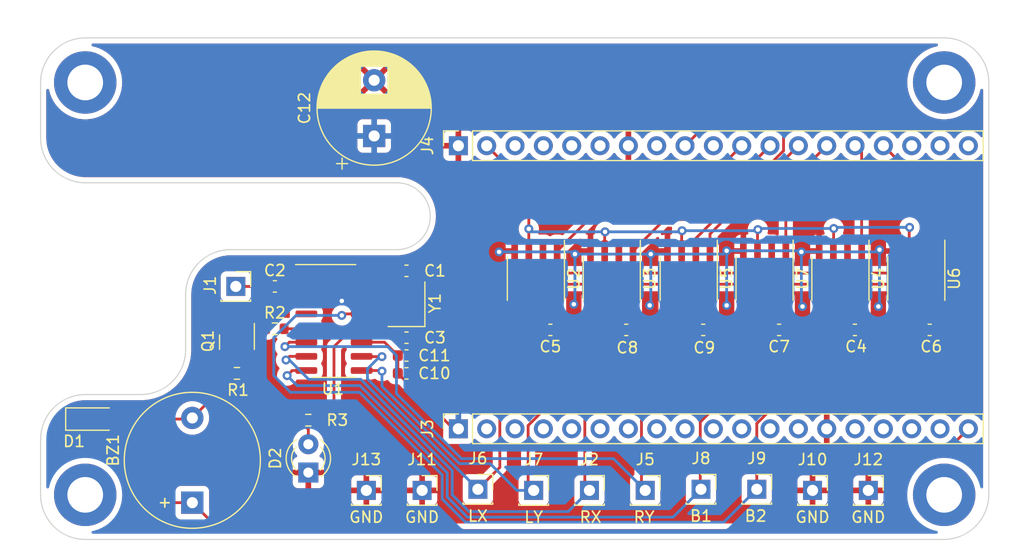
<source format=kicad_pcb>
(kicad_pcb (version 20211014) (generator pcbnew)
  (layers (0 "F.Cu" signal) (31 "B.Cu" signal) (34 "B.Paste" user) (35 "F.Paste" user) (36 "B.SilkS" user "B.Silkscreen") (37 "F.SilkS" user "F.Silkscreen") (38 "B.Mask" user) (39 "F.Mask" user) (44 "Edge.Cuts" user))
  (net 0 "")
  (net 1 "GND")
  (net 12 "CSLX")
  (net 13 "CSLY")
  (net 14 "Net-(BZ1-Pad2)")
  (net 15 "Net-(C1-Pad2)")
  (net 16 "Net-(C2-Pad2)")
  (net 17 "Net-(C3-Pad2)")
  (net 18 "Net-(D2-Pad2)")
  (net 26 "CSRX")
  (net 28 "CSRY")
  (net 29 "CSB1")
  (net 33 "CSB2")
  (net 38 "+3.3V")
  (net 39 "+5V")
  (net 40 "CLK")
  (net 41 "DAT")
  (net 42 "LY")
  (net 43 "LX")
  (net 44 "RY")
  (net 45 "RX")
  (net 46 "Net-(Q1-Pad1)")
  (net 47 "Net-(Q1-Pad3)")
  (net 48 "Net-(R2-Pad2)")
  (net 51 "B1")
  (net 52 "B2")
  (net 53 "Net-(C2-Pad1)")
  (net 54 "Net-(R3-Pad1)")
  (footprint "Diode_SMD:D_SOD-123" (layer "F.Cu") (at 4.5 34.2)
    (fp_text reference "D1")
    (fp_text value "1N4148W")
  )
  (footprint "Connector_PinSocket_2.54mm:PinSocket_1x01_P2.54mm_Vertical" (layer "F.Cu") (at 17.5 22.3)
    (fp_text reference "J1")
    (fp_text value "Conn_01x01")
  )
  (footprint "Capacitor_SMD:C_0603_1608Metric" (layer "F.Cu") (at 52.5 26.2)
    (fp_text reference "C8")
    (fp_text value "0.1u")
  )
  (footprint "Crystal:Crystal_SMD_3225-4Pin_3.2x2.5mm" (layer "F.Cu") (at 32.8 23.9 90)
    (fp_text reference "Y1")
    (fp_text value "Crystal_GND24")
  )
  (footprint "MountingHole:MountingHole_3.2mm_M3_DIN965_Pad_TopBottom" (layer "F.Cu") (at 4 41)
    (fp_text reference "H4")
    (fp_text value "MountingHole_Pad")
  )
  (footprint "Connector_PinSocket_2.54mm:PinSocket_1x01_P2.54mm_Vertical" (layer "F.Cu") (at 59.2 40.5)
    (fp_text reference "J8")
    (fp_text value "Conn_01x01")
  )
  (footprint "Package_SO:SOIC-8_3.9x4.9mm_P1.27mm" (layer "F.Cu") (at 44.4 21.6 -90)
    (fp_text reference "U2")
    (fp_text value "MCP41010")
  )
  (footprint "Connector_PinSocket_2.54mm:PinSocket_1x01_P2.54mm_Vertical" (layer "F.Cu") (at 44.2 40.6)
    (fp_text reference "J7")
    (fp_text value "Conn_01x01")
  )
  (footprint "Resistor_SMD:R_0603_1608Metric" (layer "F.Cu") (at 24 34.3 180)
    (fp_text reference "R3")
    (fp_text value "1k")
  )
  (footprint "Capacitor_SMD:C_0603_1608Metric" (layer "F.Cu") (at 66.2 26.2)
    (fp_text reference "C7")
    (fp_text value "0.1u")
  )
  (footprint "Package_SO:SOIC-8_3.9x4.9mm_P1.27mm" (layer "F.Cu") (at 64.9 21.6 -90)
    (fp_text reference "U7")
    (fp_text value "MCP41010")
  )
  (footprint "Connector_PinSocket_2.54mm:PinSocket_1x01_P2.54mm_Vertical" (layer "F.Cu") (at 69.2 40.6)
    (fp_text reference "J10")
    (fp_text value "Conn_01x01")
  )
  (footprint "Capacitor_SMD:C_0603_1608Metric" (layer "F.Cu") (at 79.7 26.2)
    (fp_text reference "C6")
    (fp_text value "0.1u")
  )
  (footprint "Connector_PinSocket_2.54mm:PinSocket_1x19_P2.54mm_Vertical" (layer "F.Cu") (at 37.45 9.675 90)
    (fp_text reference "J4")
    (fp_text value "Conn_01x19")
  )
  (footprint "Package_SO:SOIC-8_3.9x4.9mm_P1.27mm" (layer "F.Cu") (at 51.2 21.6 -90)
    (fp_text reference "U3")
    (fp_text value "MCP41010")
  )
  (footprint "Capacitor_SMD:C_0603_1608Metric" (layer "F.Cu") (at 73 26.2)
    (fp_text reference "C4")
    (fp_text value "0.1u")
  )
  (footprint "MountingHole:MountingHole_3.2mm_M3_DIN965_Pad_TopBottom" (layer "F.Cu") (at 4 4)
    (fp_text reference "H1")
    (fp_text value "MountingHole_Pad")
  )
  (footprint "Resistor_SMD:R_0603_1608Metric" (layer "F.Cu") (at 21 26.1)
    (fp_text reference "R2")
    (fp_text value "1k")
  )
  (footprint "Package_SO:SOIC-8_3.9x4.9mm_P1.27mm" (layer "F.Cu") (at 71.7 21.6 -90)
    (fp_text reference "U4")
    (fp_text value "MCP41010")
  )
  (footprint "Connector_PinSocket_2.54mm:PinSocket_1x01_P2.54mm_Vertical" (layer "F.Cu") (at 74.2 40.6)
    (fp_text reference "J12")
    (fp_text value "Conn_01x01")
  )
  (footprint "Capacitor_SMD:C_0603_1608Metric" (layer "F.Cu") (at 45.7 26.2)
    (fp_text reference "C5")
    (fp_text value "0.1u")
  )
  (footprint "Capacitor_SMD:C_0603_1608Metric" (layer "F.Cu") (at 32.8 20.9 180)
    (fp_text reference "C1")
    (fp_text value "22p")
  )
  (footprint "Capacitor_SMD:C_0603_1608Metric" (layer "F.Cu") (at 32.8 28.5)
    (fp_text reference "C11")
    (fp_text value "0.1u")
  )
  (footprint "Package_SO:SOIC-8_3.9x4.9mm_P1.27mm" (layer "F.Cu") (at 58.1 21.6 -90)
    (fp_text reference "U5")
    (fp_text value "MCP41010")
  )
  (footprint "Connector_PinSocket_2.54mm:PinSocket_1x01_P2.54mm_Vertical" (layer "F.Cu") (at 29.2 40.6)
    (fp_text reference "J13")
    (fp_text value "Conn_01x01")
  )
  (footprint "Package_SO:SOIC-8_3.9x4.9mm_P1.27mm" (layer "F.Cu") (at 78.5 21.6 -90)
    (fp_text reference "U6")
    (fp_text value "MCP41010")
  )
  (footprint "Capacitor_SMD:C_0603_1608Metric" (layer "F.Cu") (at 32.8 30.1)
    (fp_text reference "C10")
    (fp_text value "10u")
  )
  (footprint "Connector_PinSocket_2.54mm:PinSocket_1x01_P2.54mm_Vertical" (layer "F.Cu") (at 64.2 40.5)
    (fp_text reference "J9")
    (fp_text value "Conn_01x01")
  )
  (footprint "Connector_PinSocket_2.54mm:PinSocket_1x01_P2.54mm_Vertical" (layer "F.Cu") (at 49.2 40.6)
    (fp_text reference "J2")
    (fp_text value "Conn_01x01")
  )
  (footprint "LED_THT:LED_D3.0mm" (layer "F.Cu") (at 24 39 90)
    (fp_text reference "D2")
    (fp_text value "LED")
  )
  (footprint "Capacitor_SMD:C_0603_1608Metric" (layer "F.Cu") (at 21 22.3)
    (fp_text reference "C2")
    (fp_text value "1n")
  )
  (footprint "Connector_PinSocket_2.54mm:PinSocket_1x01_P2.54mm_Vertical" (layer "F.Cu") (at 54.2 40.6)
    (fp_text reference "J5")
    (fp_text value "Conn_01x01")
  )
  (footprint "Package_TO_SOT_SMD:SOT-23" (layer "F.Cu") (at 17.6 27.3 -90)
    (fp_text reference "Q1")
    (fp_text value "MMBT3904")
  )
  (footprint "Connector_PinSocket_2.54mm:PinSocket_1x01_P2.54mm_Vertical" (layer "F.Cu") (at 34.2 40.6)
    (fp_text reference "J11")
    (fp_text value "Conn_01x01")
  )
  (footprint "Connector_PinSocket_2.54mm:PinSocket_1x19_P2.54mm_Vertical" (layer "F.Cu") (at 37.45 35.075 90)
    (fp_text reference "J3")
    (fp_text value "Conn_01x19")
  )
  (footprint "Capacitor_THT:CP_Radial_D10.0mm_P5.00mm" (layer "F.Cu") (at 29.9 8.8 90)
    (fp_text reference "C12")
    (fp_text value "C_Polarized_US")
  )
  (footprint "Buzzer_Beeper:Buzzer_12x9.5RM7.6" (layer "F.Cu") (at 13.6 41.7 90)
    (fp_text reference "BZ1")
    (fp_text value "Buzzer")
  )
  (footprint "Capacitor_SMD:C_0603_1608Metric" (layer "F.Cu") (at 32.8 26.9)
    (fp_text reference "C3")
    (fp_text value "22p")
  )
  (footprint "MountingHole:MountingHole_3.2mm_M3_DIN965_Pad_TopBottom" (layer "F.Cu") (at 81 4)
    (fp_text reference "H3")
    (fp_text value "MountingHole_Pad")
  )
  (footprint "Connector_PinSocket_2.54mm:PinSocket_1x01_P2.54mm_Vertical" (layer "F.Cu") (at 39.2 40.5)
    (fp_text reference "J6")
    (fp_text value "Conn_01x01")
  )
  (footprint "Resistor_SMD:R_0603_1608Metric" (layer "F.Cu") (at 17.6 30.1)
    (fp_text reference "R1")
    (fp_text value "10")
  )
  (footprint "MountingHole:MountingHole_3.2mm_M3_DIN965_Pad_TopBottom" (layer "F.Cu") (at 81 41)
    (fp_text reference "H2")
    (fp_text value "MountingHole_Pad")
  )
  (footprint "Package_SO:SOIC-16_3.9x9.9mm_P1.27mm" (layer "F.Cu") (at 26.3 25.4)
    (fp_text reference "U1")
    (fp_text value "HS210")
  )
  (footprint "Capacitor_SMD:C_0603_1608Metric" (layer "F.Cu") (at 59.4 26.2)
    (fp_text reference "C9")
    (fp_text value "0.1u")
  )
  (gr_arc (start 85 41) (mid 83.813636 43.813636) (end 81 45) (layer "Edge.Cuts") (width 0.1))
  (gr_arc (start 13 23) (mid 14.179886 20.179886) (end 17 19) (layer "Edge.Cuts") (width 0.1))
  (gr_arc (start 13 28) (mid 11.820114 30.820114) (end 9 32) (layer "Edge.Cuts") (width 0.1))
  (gr_arc (start 4 13) (mid 1.179886 11.820114) (end 0 9) (layer "Edge.Cuts") (width 0.1))
  (gr_arc (start 81 0) (mid 83.828427 1.171573) (end 85 4) (layer "Edge.Cuts") (width 0.1))
  (gr_line (start 13 23) (end 13 28) (layer "Edge.Cuts") (width 0.1))
  (gr_arc (start 32 13) (mid 34.928952 16) (end 32 19) (layer "Edge.Cuts") (width 0.1))
  (gr_line (start 85 4) (end 85 41) (layer "Edge.Cuts") (width 0.1))
  (gr_line (start 4 0) (end 81 0) (layer "Edge.Cuts") (width 0.1))
  (gr_line (start 0 41) (end 0 36) (layer "Edge.Cuts") (width 0.1))
  (gr_arc (start 0 36) (mid 1.179886 33.179886) (end 4 32) (layer "Edge.Cuts") (width 0.1))
  (gr_arc locked (start 0 4) (mid 1.179886 1.179886) (end 4 0) (layer "Edge.Cuts") (width 0.1))
  (gr_line (start 4 32) (end 9 32) (layer "Edge.Cuts") (width 0.1))
  (gr_arc (start 4 45) (mid 1.171573 43.828427) (end 0 41) (layer "Edge.Cuts") (width 0.1))
  (gr_line (start 81 45) (end 4 45) (layer "Edge.Cuts") (width 0.1))
  (gr_line (start 0 4) (end 0 9) (layer "Edge.Cuts") (width 0.1))
  (gr_line (start 17 19) (end 32 19) (layer "Edge.Cuts") (width 0.1))
  (gr_line (start 4 13) (end 32 13) (layer "Edge.Cuts") (width 0.1))
  (gr_text "B2" (at 64.1 42.9) (layer "F.SilkS") (effects (font (size 1 1))))
  (gr_text "GND" (at 74.2 43) (layer "F.SilkS") (effects (font (size 1 1))))
  (gr_text "B1" (at 59.2 42.9) (layer "F.SilkS") (effects (font (size 1 1))))
  (gr_text "LX" (at 39.2 42.9) (layer "F.SilkS") (effects (font (size 1 1))))
  (gr_text "GND" (at 69.2 43) (layer "F.SilkS") (effects (font (size 1 1))))
  (gr_text "LY" (at 44.2 43) (layer "F.SilkS") (effects (font (size 1 1))))
  (gr_text "RY" (at 54.1 43) (layer "F.SilkS") (effects (font (size 1 1))))
  (gr_text "GND" (at 34.2 43) (layer "F.SilkS") (effects (font (size 1 1))))
  (gr_text "GND" (at 29.2 43) (layer "F.SilkS") (effects (font (size 1 1))))
  (gr_text "RX" (at 49.3 43) (layer "F.SilkS") (effects (font (size 1 1))))
  (segment (start 32.025 26.9) (end 32.025 26.95) (width 0.25) (layer "F.Cu") (net 1))
  (segment (start 32.025 26.95) (end 33.575 28.5) (width 0.25) (layer "F.Cu") (net 1))
  (via (at 75.2 19) (size 0.8) (drill 0.4) (layers "F.Cu" "B.Cu") (net 1))
  (via (at 75.1 24.1) (size 0.8) (drill 0.4) (layers "F.Cu" "B.Cu") (net 1))
  (via (at 61.5 24) (size 0.8) (drill 0.4) (layers "F.Cu" "B.Cu") (net 1))
  (via (at 54.6 24) (size 0.8) (drill 0.4) (layers "F.Cu" "B.Cu") (net 1))
  (via (at 68.2 19.2) (size 0.8) (drill 0.4) (layers "F.Cu" "B.Cu") (net 1))
  (via (at 54.7 19.4) (size 0.8) (drill 0.4) (layers "F.Cu" "B.Cu") (net 1))
  (via (at 41.1 19.2) (size 0.8) (drill 0.4) (layers "F.Cu" "B.Cu") (net 1))
  (via (at 61.5 19.1) (size 0.8) (drill 0.4) (layers "F.Cu" "B.Cu") (net 1))
  (via (at 47.9 19.4) (size 0.8) (drill 0.4) (layers "F.Cu" "B.Cu") (net 1))
  (via (at 68.3 24.1) (size 0.8) (drill 0.4) (layers "F.Cu" "B.Cu") (net 1))
  (via (at 47.8 23.9) (size 0.8) (drill 0.4) (layers "F.Cu" "B.Cu") (net 1))
  (segment (start 41.1 19.2) (end 47.7 19.2) (width 0.25) (layer "B.Cu") (net 1))
  (segment (start 61.5 19.1) (end 68.1 19.1) (width 0.25) (layer "B.Cu") (net 1))
  (segment (start 61.5 19.1) (end 61.5 24) (width 0.25) (layer "B.Cu") (net 1))
  (segment (start 54.7 19.4) (end 54.7 23.9) (width 0.25) (layer "B.Cu") (net 1))
  (segment (start 54.7 19.4) (end 61.2 19.4) (width 0.25) (layer "B.Cu") (net 1))
  (segment (start 68.2 19.2) (end 68.2 24) (width 0.25) (layer "B.Cu") (net 1))
  (segment (start 75.2 24) (end 75.1 24.1) (width 0.25) (layer "B.Cu") (net 1))
  (segment (start 68.1 19.1) (end 68.2 19.2) (width 0.25) (layer "B.Cu") (net 1))
  (segment (start 47.9 23.8) (end 47.8 23.9) (width 0.25) (layer "B.Cu") (net 1))
  (segment (start 61.2 19.4) (end 61.5 19.1) (width 0.25) (layer "B.Cu") (net 1))
  (segment (start 47.7 19.2) (end 47.9 19.4) (width 0.25) (layer "B.Cu") (net 1))
  (segment (start 54.7 23.9) (end 54.6 24) (width 0.25) (layer "B.Cu") (net 1))
  (segment (start 75 19.2) (end 75.2 19) (width 0.25) (layer "B.Cu") (net 1))
  (segment (start 75.2 19) (end 75.2 24) (width 0.25) (layer "B.Cu") (net 1))
  (segment (start 47.9 19.4) (end 47.9 23.8) (width 0.25) (layer "B.Cu") (net 1))
  (segment (start 47.9 19.4) (end 54.7 19.4) (width 0.25) (layer "B.Cu") (net 1))
  (segment (start 68.2 19.2) (end 75 19.2) (width 0.25) (layer "B.Cu") (net 1))
  (segment (start 68.2 24) (end 68.3 24.1) (width 0.25) (layer "B.Cu") (net 1))
  (segment (start 46.305 19.125) (end 49.73 15.7) (width 0.25) (layer "F.Cu") (net 12))
  (segment (start 49.73 15.7) (end 56.825 15.7) (width 0.25) (layer "F.Cu") (net 12))
  (segment (start 56.825 15.7) (end 62.85 9.675) (width 0.25) (layer "F.Cu") (net 12))
  (segment (start 53.105 19.125) (end 55.93 16.3) (width 0.25) (layer "F.Cu") (net 13))
  (segment (start 55.93 16.3) (end 58.765 16.3) (width 0.25) (layer "F.Cu") (net 13))
  (segment (start 58.765 16.3) (end 65.39 9.675) (width 0.25) (layer "F.Cu") (net 13))
  (segment (start 13.6 34.1) (end 16.775 30.925) (width 0.25) (layer "F.Cu") (net 14))
  (segment (start 16.775 30.925) (end 16.775 30.1) (width 0.25) (layer "F.Cu") (net 14))
  (segment (start 6.15 34.2) (end 13.5 34.2) (width 0.25) (layer "F.Cu") (net 14))
  (segment (start 13.5 34.2) (end 13.6 34.1) (width 0.25) (layer "F.Cu") (net 14))
  (segment (start 31.95 20.975) (end 32.025 20.9) (width 0.25) (layer "F.Cu") (net 15))
  (segment (start 28.83 20.9) (end 28.775 20.955) (width 0.25) (layer "F.Cu") (net 15))
  (segment (start 31.95 22.8) (end 31.95 20.975) (width 0.25) (layer "F.Cu") (net 15))
  (segment (start 32.025 20.9) (end 28.83 20.9) (width 0.25) (layer "F.Cu") (net 15))
  (segment (start 21.775 22.3) (end 23.75 22.3) (width 0.25) (layer "F.Cu") (net 16))
  (segment (start 23.75 22.3) (end 23.825 22.225) (width 0.25) (layer "F.Cu") (net 16))
  (segment (start 33.275 23.975) (end 33.65 24.35) (width 0.25) (layer "F.Cu") (net 17))
  (segment (start 33.65 25) (end 33.65 26.825) (width 0.25) (layer "F.Cu") (net 17))
  (segment (start 30.901751 23.975) (end 33.275 23.975) (width 0.25) (layer "F.Cu") (net 17))
  (segment (start 28.775 22.225) (end 29.151751 22.225) (width 0.25) (layer "F.Cu") (net 17))
  (segment (start 33.65 24.35) (end 33.65 25) (width 0.25) (layer "F.Cu") (net 17))
  (segment (start 29.151751 22.225) (end 30.901751 23.975) (width 0.25) (layer "F.Cu") (net 17))
  (segment (start 33.65 26.825) (end 33.575 26.9) (width 0.25) (layer "F.Cu") (net 17))
  (segment (start 24 35.125) (end 24 36.46) (width 0.25) (layer "F.Cu") (net 18))
  (segment (start 23.175 34.3) (end 24 35.125) (width 0.25) (layer "F.Cu") (net 18))
  (segment (start 60.005 17.6) (end 67.93 9.675) (width 0.25) (layer "F.Cu") (net 26))
  (segment (start 60.005 19.125) (end 60.005 17.6) (width 0.25) (layer "F.Cu") (net 26))
  (segment (start 66.805 13.34) (end 70.47 9.675) (width 0.25) (layer "F.Cu") (net 28))
  (segment (start 66.805 19.125) (end 66.805 13.34) (width 0.25) (layer "F.Cu") (net 28))
  (segment (start 73.6 19.12) (end 73.6 10.265) (width 0.25) (layer "F.Cu") (net 29))
  (segment (start 73.6 10.265) (end 73.01 9.675) (width 0.25) (layer "F.Cu") (net 29))
  (segment (start 73.605 19.125) (end 73.6 19.12) (width 0.25) (layer "F.Cu") (net 29))
  (segment (start 80.405 19.125) (end 80.405 14.53) (width 0.25) (layer "F.Cu") (net 33))
  (segment (start 80.405 14.53) (end 75.55 9.675) (width 0.25) (layer "F.Cu") (net 33))
  (segment (start 56.1 22.1) (end 60 22.1) (width 0.25) (layer "F.Cu") (net 38))
  (segment (start 46.305 22.205) (end 46.2 22.1) (width 0.25) (layer "F.Cu") (net 38))
  (segment (start 56.195 24.075) (end 56.195 22.195) (width 0.25) (layer "F.Cu") (net 38))
  (segment (start 42.495 23.405) (end 43.8 22.1) (width 0.25) (layer "F.Cu") (net 38))
  (segment (start 66.805 26.03) (end 66.975 26.2) (width 0.25) (layer "F.Cu") (net 38))
  (segment (start 56.195 22.195) (end 56.1 22.1) (width 0.25) (layer "F.Cu") (net 38))
  (segment (start 66.8 22.1) (end 69.7 22.1) (width 0.25) (layer "F.Cu") (net 38))
  (segment (start 53.105 24.075) (end 53.105 26.03) (width 0.25) (layer "F.Cu") (net 38))
  (segment (start 73.605 24.075) (end 73.605 22.105) (width 0.25) (layer "F.Cu") (net 38))
  (segment (start 73.605 24.075) (end 73.605 26.03) (width 0.25) (layer "F.Cu") (net 38))
  (segment (start 62.995 24.075) (end 62.995 22.205) (width 0.25) (layer "F.Cu") (net 38))
  (segment (start 62.995 22.205) (end 63.1 22.1) (width 0.25) (layer "F.Cu") (net 38))
  (segment (start 76.595 22.105) (end 76.6 22.1) (width 0.25) (layer "F.Cu") (net 38))
  (segment (start 49.3 22.1) (end 53 22.1) (width 0.25) (layer "F.Cu") (net 38))
  (segment (start 28.775 27.305) (end 30.83 27.305) (width 0.25) (layer "F.Cu") (net 38))
  (segment (start 53.105 22.205) (end 53 22.1) (width 0.25) (layer "F.Cu") (net 38))
  (segment (start 49.295 24.075) (end 49.295 22.105) (width 0.25) (layer "F.Cu") (net 38))
  (segment (start 63.1 22.1) (end 66.8 22.1) (width 0.25) (layer "F.Cu") (net 38))
  (segment (start 49.295 22.105) (end 49.3 22.1) (width 0.25) (layer "F.Cu") (net 38))
  (segment (start 66.805 24.075) (end 66.805 26.03) (width 0.25) (layer "F.Cu") (net 38))
  (segment (start 30.83 27.305) (end 32.025 28.5) (width 0.25) (layer "F.Cu") (net 38))
  (segment (start 46.305 26.03) (end 46.475 26.2) (width 0.25) (layer "F.Cu") (net 38))
  (segment (start 37 35.075) (end 37.45 35.075) (width 0.25) (layer "F.Cu") (net 38))
  (segment (start 73.605 22.105) (end 73.6 22.1) (width 0.25) (layer "F.Cu") (net 38))
  (segment (start 43.8 22.1) (end 46.2 22.1) (width 0.25) (layer "F.Cu") (net 38))
  (segment (start 76.6 22.1) (end 79.2 22.1) (width 0.25) (layer "F.Cu") (net 38))
  (segment (start 53.105 26.03) (end 53.275 26.2) (width 0.25) (layer "F.Cu") (net 38))
  (segment (start 79.2 22.1) (end 80.405 23.305) (width 0.25) (layer "F.Cu") (net 38))
  (segment (start 46.305 24.075) (end 46.305 26.03) (width 0.25) (layer "F.Cu") (net 38))
  (segment (start 27 23.6) (end 27 23.5) (width 0.25) (layer "F.Cu") (net 38))
  (segment (start 73.605 26.03) (end 73.775 26.2) (width 0.25) (layer "F.Cu") (net 38))
  (segment (start 66.805 22.105) (end 66.8 22.1) (width 0.25) (layer "F.Cu") (net 38))
  (segment (start 32.025 30.1) (end 37 35.075) (width 0.25) (layer "F.Cu") (net 38))
  (segment (start 69.7 22.1) (end 73.6 22.1) (width 0.25) (layer "F.Cu") (net 38))
  (segment (start 37.45 35.075) (end 37.45 29.12) (width 0.25) (layer "F.Cu") (net 38))
  (segment (start 53 22.1) (end 56.1 22.1) (width 0.25) (layer "F.Cu") (net 38))
  (segment (start 46.305 24.075) (end 46.305 22.205) (width 0.25) (layer "F.Cu") (net 38))
  (segment (start 42.495 24.075) (end 42.495 23.405) (width 0.25) (layer "F.Cu") (net 38))
  (segment (start 80.405 24.075) (end 80.405 26.13) (width 0.25) (layer "F.Cu") (net 38))
  (segment (start 60.005 24.075) (end 60.005 26.03) (width 0.25) (layer "F.Cu") (net 38))
  (segment (start 60.005 24.075) (end 60.005 22.105) (width 0.25) (layer "F.Cu") (net 38))
  (segment (start 73.6 22.1) (end 76.6 22.1) (width 0.25) (layer "F.Cu") (net 38))
  (segment (start 76.595 24.075) (end 76.595 22.105) (width 0.25) (layer "F.Cu") (net 38))
  (segment (start 32.025 28.5) (end 32.025 30.1) (width 0.25) (layer "F.Cu") (net 38))
  (segment (start 53.105 24.075) (end 53.105 22.205) (width 0.25) (layer "F.Cu") (net 38))
  (segment (start 69.795 22.195) (end 69.7 22.1) (width 0.25) (layer "F.Cu") (net 38))
  (segment (start 80.405 26.13) (end 80.475 26.2) (width 0.25) (layer "F.Cu") (net 38))
  (segment (start 60 22.1) (end 63.1 22.1) (width 0.25) (layer "F.Cu") (net 38))
  (segment (start 37.45 29.12) (end 42.495 24.075) (width 0.25) (layer "F.Cu") (net 38))
  (segment (start 60.005 26.03) (end 60.175 26.2) (width 0.25) (layer "F.Cu") (net 38))
  (segment (start 28.775 23.495) (end 27.005 23.495) (width 0.25) (layer "F.Cu") (net 38))
  (segment (start 46.2 22.1) (end 49.3 22.1) (width 0.25) (layer "F.Cu") (net 38))
  (segment (start 60.005 22.105) (end 60 22.1) (width 0.25) (layer "F.Cu") (net 38))
  (segment (start 80.405 23.305) (end 80.405 24.075) (width 0.25) (layer "F.Cu") (net 38))
  (segment (start 27.005 23.495) (end 27 23.6) (width 0.25) (layer "F.Cu") (net 38))
  (segment (start 66.805 24.075) (end 66.805 22.105) (width 0.25) (layer "F.Cu") (net 38))
  (segment (start 69.795 24.075) (end 69.795 22.195) (width 0.25) (layer "F.Cu") (net 38))
  (via (at 27 23.6) (size 0.8) (drill 0.4) (layers "F.Cu" "B.Cu") (net 38))
  (segment (start 76.5 38.9) (end 78.1 37.3) (width 0.25) (layer "F.Cu") (net 39))
  (segment (start 16.1 44.2) (end 75 44.2) (width 0.25) (layer "F.Cu") (net 39))
  (segment (start 2.85 34.2) (end 10.35 41.7) (width 0.25) (layer "F.Cu") (net 39))
  (segment (start 80.945 37.3) (end 83.17 35.075) (width 0.25) (layer "F.Cu") (net 39))
  (segment (start 10.35 41.7) (end 13.6 41.7) (width 0.25) (layer "F.Cu") (net 39))
  (segment (start 78.1 37.3) (end 80.945 37.3) (width 0.25) (layer "F.Cu") (net 39))
  (segment (start 13.6 41.7) (end 16.1 44.2) (width 0.25) (layer "F.Cu") (net 39))
  (segment (start 75 44.2) (end 76.5 42.7) (width 0.25) (layer "F.Cu") (net 39))
  (segment (start 76.5 42.7) (end 76.5 38.9) (width 0.25) (layer "F.Cu") (net 39))
  (segment (start 58.735 20.935) (end 58.9 21.1) (width 0.25) (layer "F.Cu") (net 40))
  (segment (start 58.735 19.125) (end 58.735 17.991701) (width 0.25) (layer "F.Cu") (net 40))
  (segment (start 66.1 8) (end 59.445 8) (width 0.25) (layer "F.Cu") (net 40))
  (segment (start 66.6 8.5) (end 66.1 8) (width 0.25) (layer "F.Cu") (net 40))
  (segment (start 72.3 21.1) (end 65.6 21.1) (width 0.25) (layer "F.Cu") (net 40))
  (segment (start 46.2 21.1) (end 45.035 19.935) (width 0.25) (layer "F.Cu") (net 40))
  (segment (start 51.9 21.1) (end 46.2 21.1) (width 0.25) (layer "F.Cu") (net 40))
  (segment (start 72.335 19.125) (end 72.335 21.065) (width 0.25) (layer "F.Cu") (net 40))
  (segment (start 79.135 19.125) (end 79.135 20.265) (width 0.25) (layer "F.Cu") (net 40))
  (segment (start 65.535 21.035) (end 65.6 21.1) (width 0.25) (layer "F.Cu") (net 40))
  (segment (start 65.535 19.125) (end 65.535 21.035) (width 0.25) (layer "F.Cu") (net 40))
  (segment (start 51.835 19.125) (end 51.835 21.035) (width 0.25) (layer "F.Cu") (net 40))
  (segment (start 58.735 17.991701) (end 66.6 10.126701) (width 0.25) (layer "F.Cu") (net 40))
  (segment (start 58.9 21.1) (end 51.9 21.1) (width 0.25) (layer "F.Cu") (net 40))
  (segment (start 58.735 19.125) (end 58.735 20.935) (width 0.25) (layer "F.Cu") (net 40))
  (segment (start 79.135 20.265) (end 78.3 21.1) (width 0.25) (layer "F.Cu") (net 40))
  (segment (start 65.6 21.1) (end 58.9 21.1) (width 0.25) (layer "F.Cu") (net 40))
  (segment (start 78.3 21.1) (end 72.3 21.1) (width 0.25) (layer "F.Cu") (net 40))
  (segment (start 45.035 19.935) (end 45.035 19.125) (width 0.25) (layer "F.Cu") (net 40))
  (segment (start 72.335 21.065) (end 72.3 21.1) (width 0.25) (layer "F.Cu") (net 40))
  (segment (start 59.445 8) (end 57.77 9.675) (width 0.25) (layer "F.Cu") (net 40))
  (segment (start 51.835 21.035) (end 51.9 21.1) (width 0.25) (layer "F.Cu") (net 40))
  (segment (start 66.6 10.126701) (end 66.6 8.5) (width 0.25) (layer "F.Cu") (net 40))
  (segment (start 71.065 19.125) (end 71.1 17.1) (width 0.25) (layer "F.Cu") (net 41))
  (segment (start 57.465 17.335) (end 57.5 17.3) (width 0.25) (layer "F.Cu") (net 41))
  (segment (start 57.465 19.125) (end 57.465 17.335) (width 0.25) (layer "F.Cu") (net 41))
  (segment (start 64.265 19.125) (end 64.265 17.235) (width 0.25) (layer "F.Cu") (net 41))
  (segment (start 43.765 17.135) (end 43.765 19.125) (width 0.25) (layer "F.Cu") (net 41))
  (segment (start 50.565 17.435) (end 50.6 17.4) (width 0.25) (layer "F.Cu") (net 41))
  (segment (start 64.265 17.235) (end 64.3 17.2) (width 0.25) (layer "F.Cu") (net 41))
  (segment (start 77.9 17) (end 77.865 17.035) (width 0.25) (layer "F.Cu") (net 41))
  (segment (start 50.565 19.125) (end 50.565 17.435) (width 0.25) (layer "F.Cu") (net 41))
  (segment (start 77.865 17.035) (end 77.865 19.125) (width 0.25) (layer "F.Cu") (net 41))
  (segment (start 39.99 9.675) (end 43.765 13.45) (width 0.25) (layer "F.Cu") (net 41))
  (segment (start 43.765 13.45) (end 43.765 17.135) (width 0.25) (layer "F.Cu") (net 41))
  (via (at 64.3 17.2) (size 0.8) (drill 0.4) (layers "F.Cu" "B.Cu") (net 41))
  (via (at 50.6 17.4) (size 0.8) (drill 0.4) (layers "F.Cu" "B.Cu") (net 41))
  (via (at 77.9 17) (size 0.8) (drill 0.4) (layers "F.Cu" "B.Cu") (net 41))
  (via (at 57.5 17.3) (size 0.8) (drill 0.4) (layers "F.Cu" "B.Cu") (net 41))
  (via (at 43.765 17.135) (size 0.8) (drill 0.4) (layers "F.Cu" "B.Cu") (net 41))
  (via (at 71.1 17.1) (size 0.8) (drill 0.4) (layers "F.Cu" "B.Cu") (net 41))
  (segment (start 64.4 17.1) (end 64.3 17.2) (width 0.25) (layer "B.Cu") (net 41))
  (segment (start 57.4 17.4) (end 57.5 17.3) (width 0.25) (layer "B.Cu") (net 41))
  (segment (start 50.6 17.4) (end 57.4 17.4) (width 0.25) (layer "B.Cu") (net 41))
  (segment (start 50.6 17.4) (end 44.03 17.4) (width 0.25) (layer "B.Cu") (net 41))
  (segment (start 71.1 17.1) (end 64.4 17.1) (width 0.25) (layer "B.Cu") (net 41))
  (segment (start 57.5 17.3) (end 64.2 17.3) (width 0.25) (layer "B.Cu") (net 41))
  (segment (start 64.2 17.3) (end 64.3 17.2) (width 0.25) (layer "B.Cu") (net 41))
  (segment (start 71.2 17) (end 71.1 17.1) (width 0.25) (layer "B.Cu") (net 41))
  (segment (start 44.03 17.4) (end 43.765 17.135) (width 0.25) (layer "B.Cu") (net 41))
  (segment (start 77.9 17) (end 71.2 17) (width 0.25) (layer "B.Cu") (net 41))
  (segment (start 43.705 40.105) (end 44.2 40.6) (width 0.25) (layer "F.Cu") (net 42))
  (segment (start 50.565 27.918299) (end 43.705 34.778299) (width 0.25) (layer "F.Cu") (net 42))
  (segment (start 30.6 29.9) (end 30.545 29.845) (width 0.25) (layer "F.Cu") (net 42))
  (segment (start 50.565 24.075) (end 50.565 27.918299) (width 0.25) (layer "F.Cu") (net 42))
  (segment (start 30.545 29.845) (end 28.775 29.845) (width 0.25) (layer "F.Cu") (net 42))
  (segment (start 43.705 34.778299) (end 43.705 40.105) (width 0.25) (layer "F.Cu") (net 42))
  (via (at 30.6 29.9) (size 0.8) (drill 0.4) (layers "F.Cu" "B.Cu") (net 42))
  (segment (start 40.3 38.2) (end 42.7 40.6) (width 0.25) (layer "B.Cu") (net 42))
  (segment (start 30.6 31.263604) (end 37.536396 38.2) (width 0.25) (layer "B.Cu") (net 42))
  (segment (start 30.6 29.9) (end 30.6 31.263604) (width 0.25) (layer "B.Cu") (net 42))
  (segment (start 37.536396 38.2) (end 40.3 38.2) (width 0.25) (layer "B.Cu") (net 42))
  (segment (start 42.7 40.6) (end 44.2 40.6) (width 0.25) (layer "B.Cu") (net 42))
  (segment (start 41.165 38.535) (end 39.2 40.5) (width 0.25) (layer "F.Cu") (net 43))
  (segment (start 43.765 28.735) (end 41.165 31.335) (width 0.25) (layer "F.Cu") (net 43))
  (segment (start 43.765 24.075) (end 43.765 28.735) (width 0.25) (layer "F.Cu") (net 43))
  (segment (start 28.775 28.575) (end 28.8 28.6) (width 0.25) (layer "F.Cu") (net 43))
  (segment (start 28.8 28.6) (end 30.6 28.6) (width 0.25) (layer "F.Cu") (net 43))
  (segment (start 41.165 31.335) (end 41.165 38.535) (width 0.25) (layer "F.Cu") (net 43))
  (via (at 30.6 28.6) (size 0.8) (drill 0.4) (layers "F.Cu" "B.Cu") (net 43))
  (segment (start 30.4 28.6) (end 29.3 29.7) (width 0.25) (layer "B.Cu") (net 43))
  (segment (start 29.3 29.7) (end 29.3 30.6) (width 0.25) (layer "B.Cu") (net 43))
  (segment (start 29.3 30.6) (end 39.2 40.5) (width 0.25) (layer "B.Cu") (net 43))
  (segment (start 30.6 28.6) (end 30.4 28.6) (width 0.25) (layer "B.Cu") (net 43))
  (segment (start 22.295 27.305) (end 21.9 27.7) (width 0.25) (layer "F.Cu") (net 44))
  (segment (start 53.865 40.265) (end 54.2 40.6) (width 0.25) (layer "F.Cu") (net 44))
  (segment (start 64.265 28.035) (end 59.6 32.7) (width 0.25) (layer "F.Cu") (net 44))
  (segment (start 55.5 32.7) (end 53.865 34.335) (width 0.25) (layer "F.Cu") (net 44))
  (segment (start 64.265 24.075) (end 64.265 28.035) (width 0.25) (layer "F.Cu") (net 44))
  (segment (start 53.865 34.335) (end 53.865 40.265) (width 0.25) (layer "F.Cu") (net 44))
  (segment (start 59.6 32.7) (end 55.5 32.7) (width 0.25) (layer "F.Cu") (net 44))
  (segment (start 23.825 27.305) (end 22.295 27.305) (width 0.25) (layer "F.Cu") (net 44))
  (via (at 21.9 27.7) (size 0.8) (drill 0.4) (layers "F.Cu" "B.Cu") (net 44))
  (segment (start 37.722792 37.75) (end 51.35 37.75) (width 0.25) (layer "B.Cu") (net 44))
  (segment (start 21.9 27.7) (end 31.1 27.7) (width 0.25) (layer "B.Cu") (net 44))
  (segment (start 31.9 31.927208) (end 37.722792 37.75) (width 0.25) (layer "B.Cu") (net 44))
  (segment (start 31.1 27.7) (end 31.9 28.5) (width 0.25) (layer "B.Cu") (net 44))
  (segment (start 31.9 28.5) (end 31.9 31.927208) (width 0.25) (layer "B.Cu") (net 44))
  (segment (start 51.35 37.75) (end 54.2 40.6) (width 0.25) (layer "B.Cu") (net 44))
  (segment (start 57.465 24.075) (end 57.465 29.035) (width 0.25) (layer "F.Cu") (net 45))
  (segment (start 53.4 33.1) (end 50 33.1) (width 0.25) (layer "F.Cu") (net 45))
  (segment (start 57.465 29.035) (end 53.4 33.1) (width 0.25) (layer "F.Cu") (net 45))
  (segment (start 50 33.1) (end 48.785 34.315) (width 0.25) (layer "F.Cu") (net 45))
  (segment (start 48.785 34.315) (end 48.785 40.185) (width 0.25) (layer "F.Cu") (net 45))
  (segment (start 48.785 40.185) (end 49.2 40.6) (width 0.25) (layer "F.Cu") (net 45))
  (segment (start 22.325 28.575) (end 22 28.9) (width 0.25) (layer "F.Cu") (net 45))
  (segment (start 23.825 28.575) (end 22.325 28.575) (width 0.25) (layer "F.Cu") (net 45))
  (via (at 22 28.9) (size 0.8) (drill 0.4) (layers "F.Cu" "B.Cu") (net 45))
  (segment (start 36.9 38.836396) (end 28.7 30.636396) (width 0.25) (layer "B.Cu") (net 45))
  (segment (start 28.7 30.636396) (end 24.036396 30.636396) (width 0.25) (layer "B.Cu") (net 45))
  (segment (start 22.3 28.9) (end 22 28.9) (width 0.25) (layer "B.Cu") (net 45))
  (segment (start 47.3 42.5) (end 38.4 42.5) (width 0.25) (layer "B.Cu") (net 45))
  (segment (start 24.036396 30.636396) (end 22.3 28.9) (width 0.25) (layer "B.Cu") (net 45))
  (segment (start 36.9 41) (end 36.9 38.836396) (width 0.25) (layer "B.Cu") (net 45))
  (segment (start 49.2 40.6) (end 47.3 42.5) (width 0.25) (layer "B.Cu") (net 45))
  (segment (start 38.4 42.5) (end 36.9 41) (width 0.25) (layer "B.Cu") (net 45))
  (segment (start 18.55 26.3625) (end 19.9125 26.3625) (width 0.25) (layer "F.Cu") (net 46))
  (segment (start 19.9125 26.3625) (end 20.175 26.1) (width 0.25) (layer "F.Cu") (net 46))
  (segment (start 17.6 28.2375) (end 17.6 29.275) (width 0.25) (layer "F.Cu") (net 47))
  (segment (start 17.6 29.275) (end 18.425 30.1) (width 0.25) (layer "F.Cu") (net 47))
  (segment (start 23.76 26.1) (end 23.825 26.035) (width 0.25) (layer "F.Cu") (net 48))
  (segment (start 21.825 26.1) (end 23.76 26.1) (width 0.25) (layer "F.Cu") (net 48))
  (segment (start 71.065 24.075) (end 71.065 26.635) (width 0.25) (layer "F.Cu") (net 51))
  (segment (start 64.9 32.8) (end 60.8 32.8) (width 0.25) (layer "F.Cu") (net 51))
  (segment (start 59.135 34.465) (end 59.135 40.435) (width 0.25) (layer "F.Cu") (net 51))
  (segment (start 60.8 32.8) (end 59.135 34.465) (width 0.25) (layer "F.Cu") (net 51))
  (segment (start 71.065 26.635) (end 64.9 32.8) (width 0.25) (layer "F.Cu") (net 51))
  (segment (start 23.825 29.845) (end 22.555 29.845) (width 0.25) (layer "F.Cu") (net 51))
  (segment (start 59.135 40.435) (end 59.2 40.5) (width 0.25) (layer "F.Cu") (net 51))
  (segment (start 22.555 29.845) (end 22.1 30.3) (width 0.25) (layer "F.Cu") (net 51))
  (via (at 22.1 30.3) (size 0.8) (drill 0.4) (layers "F.Cu" "B.Cu") (net 51))
  (segment (start 36.45 39.022792) (end 28.627208 31.2) (width 0.25) (layer "B.Cu") (net 51))
  (segment (start 36.45 41.186396) (end 36.45 39.022792) (width 0.25) (layer "B.Cu") (net 51))
  (segment (start 23 31.2) (end 22.1 30.3) (width 0.25) (layer "B.Cu") (net 51))
  (segment (start 56.7 43) (end 38.263604 43) (width 0.25) (layer "B.Cu") (net 51))
  (segment (start 59.2 40.5) (end 56.7 43) (width 0.25) (layer "B.Cu") (net 51))
  (segment (start 28.627208 31.2) (end 23 31.2) (width 0.25) (layer "B.Cu") (net 51))
  (segment (start 38.263604 43) (end 36.45 41.186396) (width 0.25) (layer "B.Cu") (net 51))
  (segment (start 67.203299 31.6) (end 64.2 34.603299) (width 0.25) (layer "F.Cu") (net 52))
  (segment (start 64.2 34.603299) (end 64.2 40.5) (width 0.25) (layer "F.Cu") (net 52))
  (segment (start 28.775 24.765) (end 27.135 24.765) (width 0.25) (layer "F.Cu") (net 52))
  (segment (start 77.865 24.075) (end 77.865 26.135) (width 0.25) (layer "F.Cu") (net 52))
  (segment (start 77.865 26.135) (end 72.4 31.6) (width 0.25) (layer "F.Cu") (net 52))
  (segment (start 72.4 31.6) (end 67.203299 31.6) (width 0.25) (layer "F.Cu") (net 52))
  (segment (start 27.135 24.765) (end 27 24.9) (width 0.25) (layer "F.Cu") (net 52))
  (via (at 27 24.9) (size 0.8) (drill 0.4) (layers "F.Cu" "B.Cu") (net 52))
  (segment (start 36 41.372792) (end 38.077208 43.45) (width 0.25) (layer "B.Cu") (net 52))
  (segment (start 20.9 30.3) (end 22.4 31.8) (width 0.25) (layer "B.Cu") (net 52))
  (segment (start 28.590812 31.8) (end 36 39.209188) (width 0.25) (layer "B.Cu") (net 52))
  (segment (start 36 39.209188) (end 36 41.372792) (width 0.25) (layer "B.Cu") (net 52))
  (segment (start 27 24.9) (end 22.9 24.9) (width 0.25) (layer "B.Cu") (net 52))
  (segment (start 38.077208 43.45) (end 61.25 43.45) (width 0.25) (layer "B.Cu") (net 52))
  (segment (start 61.25 43.45) (end 64.2 40.5) (width 0.25) (layer "B.Cu") (net 52))
  (segment (start 22.9 24.9) (end 20.9 26.9) (width 0.25) (layer "B.Cu") (net 52))
  (segment (start 22.4 31.8) (end 28.590812 31.8) (width 0.25) (layer "B.Cu") (net 52))
  (segment (start 20.9 26.9) (end 20.9 30.3) (width 0.25) (layer "B.Cu") (net 52))
  (segment (start 17.5 22.3) (end 20.225 22.3) (width 0.25) (layer "F.Cu") (net 53))
  (segment (start 24.825 34.3) (end 26.3 32.825) (width 0.25) (layer "F.Cu") (net 54))
  (segment (start 26.3 32.825) (end 26.3 27.7) (width 0.25) (layer "F.Cu") (net 54))
  (segment (start 26.3 27.7) (end 27.965 26.035) (width 0.25) (layer "F.Cu") (net 54))
  (segment (start 27.965 26.035) (end 28.775 26.035) (width 0.25) (layer "F.Cu") (net 54))
  (zone (net 1) (net_name "GND") (layer "F.Cu") (connect_pads (clearance 0.508)) (min_thickness 0.254) (fill yes (thermal_gap 0.508) (thermal_bridge_width 0.508))
    (polygon (pts (xy 86.36 45.72) (xy -2.54 45.72) (xy -2.54 -2.54) (xy 86.36 -2.54)))
  )
  (zone (net 38) (net_name "+3.3V") (layer "B.Cu") (connect_pads (clearance 0.508)) (min_thickness 0.254) (fill yes (thermal_gap 0.508) (thermal_bridge_width 0.508))
    (polygon (pts (xy 88.16 46.76) (xy -3.64 46.76) (xy -3.64 -3.4) (xy 88.16 -3.4)))
  )
)
</source>
